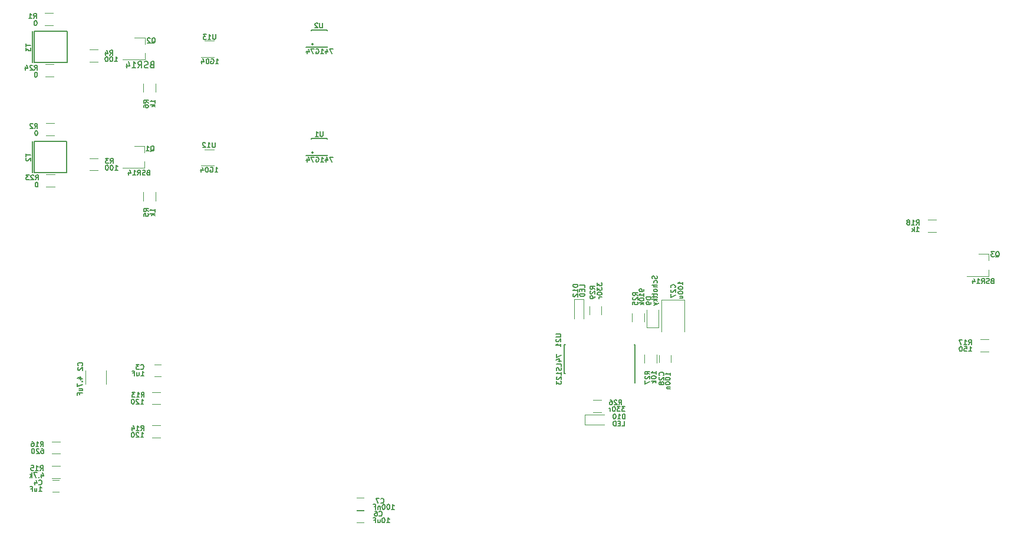
<source format=gbr>
G04 #@! TF.FileFunction,Legend,Bot*
%FSLAX46Y46*%
G04 Gerber Fmt 4.6, Leading zero omitted, Abs format (unit mm)*
G04 Created by KiCad (PCBNEW 4.0.4+e1-6308~48~ubuntu15.10.1-stable) date Thu Mar 22 15:52:19 2018*
%MOMM*%
%LPD*%
G01*
G04 APERTURE LIST*
%ADD10C,0.100000*%
%ADD11C,0.150000*%
%ADD12C,0.120000*%
G04 APERTURE END LIST*
D10*
D11*
X49207340Y-42674000D02*
X49207340Y-47174000D01*
X54180840Y-46574000D02*
X54180840Y-47174000D01*
X54180840Y-43274000D02*
X54180840Y-42674000D01*
X49480840Y-43224000D02*
X49480840Y-43074000D01*
X49480840Y-43124000D02*
X49480840Y-42674000D01*
X49480840Y-46724000D02*
X49480840Y-47174000D01*
X49480840Y-47174000D02*
X49480840Y-46624000D01*
X49480840Y-42674000D02*
X54180840Y-42674000D01*
X54180840Y-43174000D02*
X54180840Y-46674000D01*
X54180840Y-47174000D02*
X49480840Y-47174000D01*
X49480840Y-46674000D02*
X49480840Y-43174000D01*
X89584440Y-44505240D02*
G75*
G03X89584440Y-44505240I-127000J0D01*
G01*
X89254240Y-44937040D02*
X88492240Y-44937040D01*
X89254240Y-42447840D02*
X89254240Y-42574840D01*
X91540240Y-42447840D02*
X91540240Y-42574840D01*
X91540240Y-44937040D02*
X91540240Y-44810040D01*
X89254240Y-44937040D02*
X89254240Y-44810040D01*
X89254240Y-42447840D02*
X91540240Y-42447840D01*
X91540240Y-44937040D02*
X89254240Y-44937040D01*
X89584440Y-60105240D02*
G75*
G03X89584440Y-60105240I-127000J0D01*
G01*
X89254240Y-60537040D02*
X88492240Y-60537040D01*
X89254240Y-58047840D02*
X89254240Y-58174840D01*
X91540240Y-58047840D02*
X91540240Y-58174840D01*
X91540240Y-60537040D02*
X91540240Y-60410040D01*
X89254240Y-60537040D02*
X89254240Y-60410040D01*
X89254240Y-58047840D02*
X91540240Y-58047840D01*
X91540240Y-60537040D02*
X89254240Y-60537040D01*
X49176500Y-58500000D02*
X49176500Y-63000000D01*
X54150000Y-62400000D02*
X54150000Y-63000000D01*
X54150000Y-59100000D02*
X54150000Y-58500000D01*
X49450000Y-59050000D02*
X49450000Y-58900000D01*
X49450000Y-58950000D02*
X49450000Y-58500000D01*
X49450000Y-62550000D02*
X49450000Y-63000000D01*
X49450000Y-63000000D02*
X49450000Y-62450000D01*
X49450000Y-58500000D02*
X54150000Y-58500000D01*
X54150000Y-59000000D02*
X54150000Y-62500000D01*
X54150000Y-63000000D02*
X49450000Y-63000000D01*
X49450000Y-62500000D02*
X49450000Y-59000000D01*
D12*
X75297240Y-61950840D02*
X73397240Y-61950840D01*
X73897240Y-59630840D02*
X75297240Y-59630840D01*
X75297240Y-46350840D02*
X73397240Y-46350840D01*
X73897240Y-44030840D02*
X75297240Y-44030840D01*
X65300000Y-59150000D02*
X65300000Y-60080000D01*
X65300000Y-62310000D02*
X65300000Y-61380000D01*
X65300000Y-62310000D02*
X62140000Y-62310000D01*
X65300000Y-59150000D02*
X63840000Y-59150000D01*
X65350000Y-43560000D02*
X65350000Y-44490000D01*
X65350000Y-46720000D02*
X65350000Y-45790000D01*
X65350000Y-46720000D02*
X62190000Y-46720000D01*
X65350000Y-43560000D02*
X63890000Y-43560000D01*
X186530000Y-74680000D02*
X186530000Y-75610000D01*
X186530000Y-77840000D02*
X186530000Y-76910000D01*
X186530000Y-77840000D02*
X183370000Y-77840000D01*
X186530000Y-74680000D02*
X185070000Y-74680000D01*
X67700000Y-92250000D02*
X66700000Y-92250000D01*
X66700000Y-90550000D02*
X67700000Y-90550000D01*
X52057640Y-107150800D02*
X53057640Y-107150800D01*
X53057640Y-108850800D02*
X52057640Y-108850800D01*
X96796440Y-113270400D02*
X95796440Y-113270400D01*
X95796440Y-111570400D02*
X96796440Y-111570400D01*
X96796440Y-111441600D02*
X95796440Y-111441600D01*
X95796440Y-109741600D02*
X96796440Y-109741600D01*
X51000000Y-41780000D02*
X52200000Y-41780000D01*
X52200000Y-40020000D02*
X51000000Y-40020000D01*
X51150000Y-57630000D02*
X52350000Y-57630000D01*
X52350000Y-55870000D02*
X51150000Y-55870000D01*
X58597240Y-60910840D02*
X57397240Y-60910840D01*
X57397240Y-62670840D02*
X58597240Y-62670840D01*
X58597240Y-45310840D02*
X57397240Y-45310840D01*
X57397240Y-47070840D02*
X58597240Y-47070840D01*
X65117240Y-65790840D02*
X65117240Y-66990840D01*
X66877240Y-66990840D02*
X66877240Y-65790840D01*
X65117240Y-50190840D02*
X65117240Y-51390840D01*
X66877240Y-51390840D02*
X66877240Y-50190840D01*
X67600000Y-94520000D02*
X66400000Y-94520000D01*
X66400000Y-96280000D02*
X67600000Y-96280000D01*
X66400000Y-101080000D02*
X67600000Y-101080000D01*
X67600000Y-99320000D02*
X66400000Y-99320000D01*
X52000000Y-106880000D02*
X53200000Y-106880000D01*
X53200000Y-105120000D02*
X52000000Y-105120000D01*
X53200000Y-101620000D02*
X52000000Y-101620000D01*
X52000000Y-103380000D02*
X53200000Y-103380000D01*
X186527240Y-86940840D02*
X185327240Y-86940840D01*
X185327240Y-88700840D02*
X186527240Y-88700840D01*
X177827240Y-71510840D02*
X179027240Y-71510840D01*
X179027240Y-69750840D02*
X177827240Y-69750840D01*
X51200000Y-64980000D02*
X52400000Y-64980000D01*
X52400000Y-63220000D02*
X51200000Y-63220000D01*
X51100000Y-49180000D02*
X52300000Y-49180000D01*
X52300000Y-47420000D02*
X51100000Y-47420000D01*
X56800000Y-93400000D02*
X56800000Y-91400000D01*
X59760000Y-91400000D02*
X59760000Y-93400000D01*
X139553640Y-81274000D02*
X139553640Y-85824000D01*
X142853640Y-81274000D02*
X142853640Y-85824000D01*
X139553640Y-81274000D02*
X142853640Y-81274000D01*
X139185240Y-90212800D02*
X139185240Y-89212800D01*
X140885240Y-89212800D02*
X140885240Y-90212800D01*
X139107240Y-85269200D02*
X137407240Y-85269200D01*
X137407240Y-85269200D02*
X137407240Y-82719200D01*
X139107240Y-85269200D02*
X139107240Y-82719200D01*
X128583240Y-99201200D02*
X128583240Y-97801200D01*
X128583240Y-97801200D02*
X131383240Y-97801200D01*
X128583240Y-99201200D02*
X131383240Y-99201200D01*
X126990840Y-81156400D02*
X128390840Y-81156400D01*
X128390840Y-81156400D02*
X128390840Y-83956400D01*
X126990840Y-81156400D02*
X126990840Y-83956400D01*
X135345240Y-83169200D02*
X135345240Y-84369200D01*
X137105240Y-84369200D02*
X137105240Y-83169200D01*
X130932440Y-95640000D02*
X129732440Y-95640000D01*
X129732440Y-97400000D02*
X130932440Y-97400000D01*
X137123240Y-89112800D02*
X137123240Y-90312800D01*
X138883240Y-90312800D02*
X138883240Y-89112800D01*
X130958440Y-83404000D02*
X130958440Y-82204000D01*
X129198440Y-82204000D02*
X129198440Y-83404000D01*
D11*
X135763040Y-91838600D02*
X135738040Y-91838600D01*
X135763040Y-87688600D02*
X135658040Y-87688600D01*
X125613040Y-87688600D02*
X125718040Y-87688600D01*
X125613040Y-91838600D02*
X125718040Y-91838600D01*
X135763040Y-91838600D02*
X135763040Y-87688600D01*
X125613040Y-91838600D02*
X125613040Y-87688600D01*
X135738040Y-91838600D02*
X135738040Y-93213600D01*
X48297507Y-44440667D02*
X48297507Y-44840667D01*
X48997507Y-44640667D02*
X48297507Y-44640667D01*
X48297507Y-45007333D02*
X48297507Y-45440666D01*
X48564173Y-45207333D01*
X48564173Y-45307333D01*
X48597507Y-45374000D01*
X48630840Y-45407333D01*
X48697507Y-45440666D01*
X48864173Y-45440666D01*
X48930840Y-45407333D01*
X48964173Y-45374000D01*
X48997507Y-45307333D01*
X48997507Y-45107333D01*
X48964173Y-45040666D01*
X48930840Y-45007333D01*
X90886173Y-41475867D02*
X90886173Y-42042533D01*
X90852840Y-42109200D01*
X90819507Y-42142533D01*
X90752840Y-42175867D01*
X90619507Y-42175867D01*
X90552840Y-42142533D01*
X90519507Y-42109200D01*
X90486173Y-42042533D01*
X90486173Y-41475867D01*
X90186174Y-41542533D02*
X90152840Y-41509200D01*
X90086174Y-41475867D01*
X89919507Y-41475867D01*
X89852840Y-41509200D01*
X89819507Y-41542533D01*
X89786174Y-41609200D01*
X89786174Y-41675867D01*
X89819507Y-41775867D01*
X90219507Y-42175867D01*
X89786174Y-42175867D01*
X92371107Y-45184267D02*
X91904440Y-45184267D01*
X92204440Y-45884267D01*
X91337773Y-45417600D02*
X91337773Y-45884267D01*
X91504440Y-45150933D02*
X91671107Y-45650933D01*
X91237773Y-45650933D01*
X90604440Y-45884267D02*
X91004440Y-45884267D01*
X90804440Y-45884267D02*
X90804440Y-45184267D01*
X90871106Y-45284267D01*
X90937773Y-45350933D01*
X91004440Y-45384267D01*
X89937773Y-45217600D02*
X90004439Y-45184267D01*
X90104439Y-45184267D01*
X90204439Y-45217600D01*
X90271106Y-45284267D01*
X90304439Y-45350933D01*
X90337773Y-45484267D01*
X90337773Y-45584267D01*
X90304439Y-45717600D01*
X90271106Y-45784267D01*
X90204439Y-45850933D01*
X90104439Y-45884267D01*
X90037773Y-45884267D01*
X89937773Y-45850933D01*
X89904439Y-45817600D01*
X89904439Y-45584267D01*
X90037773Y-45584267D01*
X89671106Y-45184267D02*
X89204439Y-45184267D01*
X89504439Y-45884267D01*
X88637772Y-45417600D02*
X88637772Y-45884267D01*
X88804439Y-45150933D02*
X88971106Y-45650933D01*
X88537772Y-45650933D01*
X90936973Y-57071467D02*
X90936973Y-57638133D01*
X90903640Y-57704800D01*
X90870307Y-57738133D01*
X90803640Y-57771467D01*
X90670307Y-57771467D01*
X90603640Y-57738133D01*
X90570307Y-57704800D01*
X90536973Y-57638133D01*
X90536973Y-57071467D01*
X89836974Y-57771467D02*
X90236974Y-57771467D01*
X90036974Y-57771467D02*
X90036974Y-57071467D01*
X90103640Y-57171467D01*
X90170307Y-57238133D01*
X90236974Y-57271467D01*
X92371107Y-60729067D02*
X91904440Y-60729067D01*
X92204440Y-61429067D01*
X91337773Y-60962400D02*
X91337773Y-61429067D01*
X91504440Y-60695733D02*
X91671107Y-61195733D01*
X91237773Y-61195733D01*
X90604440Y-61429067D02*
X91004440Y-61429067D01*
X90804440Y-61429067D02*
X90804440Y-60729067D01*
X90871106Y-60829067D01*
X90937773Y-60895733D01*
X91004440Y-60929067D01*
X89937773Y-60762400D02*
X90004439Y-60729067D01*
X90104439Y-60729067D01*
X90204439Y-60762400D01*
X90271106Y-60829067D01*
X90304439Y-60895733D01*
X90337773Y-61029067D01*
X90337773Y-61129067D01*
X90304439Y-61262400D01*
X90271106Y-61329067D01*
X90204439Y-61395733D01*
X90104439Y-61429067D01*
X90037773Y-61429067D01*
X89937773Y-61395733D01*
X89904439Y-61362400D01*
X89904439Y-61129067D01*
X90037773Y-61129067D01*
X89671106Y-60729067D02*
X89204439Y-60729067D01*
X89504439Y-61429067D01*
X88637772Y-60962400D02*
X88637772Y-61429067D01*
X88804439Y-60695733D02*
X88971106Y-61195733D01*
X88537772Y-61195733D01*
X48266667Y-60266667D02*
X48266667Y-60666667D01*
X48966667Y-60466667D02*
X48266667Y-60466667D01*
X48333333Y-60866666D02*
X48300000Y-60900000D01*
X48266667Y-60966666D01*
X48266667Y-61133333D01*
X48300000Y-61200000D01*
X48333333Y-61233333D01*
X48400000Y-61266666D01*
X48466667Y-61266666D01*
X48566667Y-61233333D01*
X48966667Y-60833333D01*
X48966667Y-61266666D01*
X75420706Y-58646267D02*
X75420706Y-59212933D01*
X75387373Y-59279600D01*
X75354040Y-59312933D01*
X75287373Y-59346267D01*
X75154040Y-59346267D01*
X75087373Y-59312933D01*
X75054040Y-59279600D01*
X75020706Y-59212933D01*
X75020706Y-58646267D01*
X74320707Y-59346267D02*
X74720707Y-59346267D01*
X74520707Y-59346267D02*
X74520707Y-58646267D01*
X74587373Y-58746267D01*
X74654040Y-58812933D01*
X74720707Y-58846267D01*
X74054040Y-58712933D02*
X74020706Y-58679600D01*
X73954040Y-58646267D01*
X73787373Y-58646267D01*
X73720706Y-58679600D01*
X73687373Y-58712933D01*
X73654040Y-58779600D01*
X73654040Y-58846267D01*
X73687373Y-58946267D01*
X74087373Y-59346267D01*
X73654040Y-59346267D01*
X75421507Y-62902267D02*
X75821507Y-62902267D01*
X75621507Y-62902267D02*
X75621507Y-62202267D01*
X75688173Y-62302267D01*
X75754840Y-62368933D01*
X75821507Y-62402267D01*
X74754840Y-62235600D02*
X74821506Y-62202267D01*
X74921506Y-62202267D01*
X75021506Y-62235600D01*
X75088173Y-62302267D01*
X75121506Y-62368933D01*
X75154840Y-62502267D01*
X75154840Y-62602267D01*
X75121506Y-62735600D01*
X75088173Y-62802267D01*
X75021506Y-62868933D01*
X74921506Y-62902267D01*
X74854840Y-62902267D01*
X74754840Y-62868933D01*
X74721506Y-62835600D01*
X74721506Y-62602267D01*
X74854840Y-62602267D01*
X74288173Y-62202267D02*
X74221506Y-62202267D01*
X74154840Y-62235600D01*
X74121506Y-62268933D01*
X74088173Y-62335600D01*
X74054840Y-62468933D01*
X74054840Y-62635600D01*
X74088173Y-62768933D01*
X74121506Y-62835600D01*
X74154840Y-62868933D01*
X74221506Y-62902267D01*
X74288173Y-62902267D01*
X74354840Y-62868933D01*
X74388173Y-62835600D01*
X74421506Y-62768933D01*
X74454840Y-62635600D01*
X74454840Y-62468933D01*
X74421506Y-62335600D01*
X74388173Y-62268933D01*
X74354840Y-62235600D01*
X74288173Y-62202267D01*
X73454839Y-62435600D02*
X73454839Y-62902267D01*
X73621506Y-62168933D02*
X73788173Y-62668933D01*
X73354839Y-62668933D01*
X75522306Y-43101467D02*
X75522306Y-43668133D01*
X75488973Y-43734800D01*
X75455640Y-43768133D01*
X75388973Y-43801467D01*
X75255640Y-43801467D01*
X75188973Y-43768133D01*
X75155640Y-43734800D01*
X75122306Y-43668133D01*
X75122306Y-43101467D01*
X74422307Y-43801467D02*
X74822307Y-43801467D01*
X74622307Y-43801467D02*
X74622307Y-43101467D01*
X74688973Y-43201467D01*
X74755640Y-43268133D01*
X74822307Y-43301467D01*
X74188973Y-43101467D02*
X73755640Y-43101467D01*
X73988973Y-43368133D01*
X73888973Y-43368133D01*
X73822306Y-43401467D01*
X73788973Y-43434800D01*
X73755640Y-43501467D01*
X73755640Y-43668133D01*
X73788973Y-43734800D01*
X73822306Y-43768133D01*
X73888973Y-43801467D01*
X74088973Y-43801467D01*
X74155640Y-43768133D01*
X74188973Y-43734800D01*
X75523107Y-47306667D02*
X75923107Y-47306667D01*
X75723107Y-47306667D02*
X75723107Y-46606667D01*
X75789773Y-46706667D01*
X75856440Y-46773333D01*
X75923107Y-46806667D01*
X74856440Y-46640000D02*
X74923106Y-46606667D01*
X75023106Y-46606667D01*
X75123106Y-46640000D01*
X75189773Y-46706667D01*
X75223106Y-46773333D01*
X75256440Y-46906667D01*
X75256440Y-47006667D01*
X75223106Y-47140000D01*
X75189773Y-47206667D01*
X75123106Y-47273333D01*
X75023106Y-47306667D01*
X74956440Y-47306667D01*
X74856440Y-47273333D01*
X74823106Y-47240000D01*
X74823106Y-47006667D01*
X74956440Y-47006667D01*
X74389773Y-46606667D02*
X74323106Y-46606667D01*
X74256440Y-46640000D01*
X74223106Y-46673333D01*
X74189773Y-46740000D01*
X74156440Y-46873333D01*
X74156440Y-47040000D01*
X74189773Y-47173333D01*
X74223106Y-47240000D01*
X74256440Y-47273333D01*
X74323106Y-47306667D01*
X74389773Y-47306667D01*
X74456440Y-47273333D01*
X74489773Y-47240000D01*
X74523106Y-47173333D01*
X74556440Y-47040000D01*
X74556440Y-46873333D01*
X74523106Y-46740000D01*
X74489773Y-46673333D01*
X74456440Y-46640000D01*
X74389773Y-46606667D01*
X73556439Y-46840000D02*
X73556439Y-47306667D01*
X73723106Y-46573333D02*
X73889773Y-47073333D01*
X73456439Y-47073333D01*
X66187907Y-59920933D02*
X66254573Y-59887600D01*
X66321240Y-59820933D01*
X66421240Y-59720933D01*
X66487907Y-59687600D01*
X66554573Y-59687600D01*
X66521240Y-59854267D02*
X66587907Y-59820933D01*
X66654573Y-59754267D01*
X66687907Y-59620933D01*
X66687907Y-59387600D01*
X66654573Y-59254267D01*
X66587907Y-59187600D01*
X66521240Y-59154267D01*
X66387907Y-59154267D01*
X66321240Y-59187600D01*
X66254573Y-59254267D01*
X66221240Y-59387600D01*
X66221240Y-59620933D01*
X66254573Y-59754267D01*
X66321240Y-59820933D01*
X66387907Y-59854267D01*
X66521240Y-59854267D01*
X65554574Y-59854267D02*
X65954574Y-59854267D01*
X65754574Y-59854267D02*
X65754574Y-59154267D01*
X65821240Y-59254267D01*
X65887907Y-59320933D01*
X65954574Y-59354267D01*
X65846440Y-62942000D02*
X65746440Y-62975333D01*
X65713107Y-63008667D01*
X65679773Y-63075333D01*
X65679773Y-63175333D01*
X65713107Y-63242000D01*
X65746440Y-63275333D01*
X65813107Y-63308667D01*
X66079773Y-63308667D01*
X66079773Y-62608667D01*
X65846440Y-62608667D01*
X65779773Y-62642000D01*
X65746440Y-62675333D01*
X65713107Y-62742000D01*
X65713107Y-62808667D01*
X65746440Y-62875333D01*
X65779773Y-62908667D01*
X65846440Y-62942000D01*
X66079773Y-62942000D01*
X65413107Y-63275333D02*
X65313107Y-63308667D01*
X65146440Y-63308667D01*
X65079773Y-63275333D01*
X65046440Y-63242000D01*
X65013107Y-63175333D01*
X65013107Y-63108667D01*
X65046440Y-63042000D01*
X65079773Y-63008667D01*
X65146440Y-62975333D01*
X65279773Y-62942000D01*
X65346440Y-62908667D01*
X65379773Y-62875333D01*
X65413107Y-62808667D01*
X65413107Y-62742000D01*
X65379773Y-62675333D01*
X65346440Y-62642000D01*
X65279773Y-62608667D01*
X65113107Y-62608667D01*
X65013107Y-62642000D01*
X64313106Y-63308667D02*
X64546440Y-62975333D01*
X64713106Y-63308667D02*
X64713106Y-62608667D01*
X64446440Y-62608667D01*
X64379773Y-62642000D01*
X64346440Y-62675333D01*
X64313106Y-62742000D01*
X64313106Y-62842000D01*
X64346440Y-62908667D01*
X64379773Y-62942000D01*
X64446440Y-62975333D01*
X64713106Y-62975333D01*
X63646440Y-63308667D02*
X64046440Y-63308667D01*
X63846440Y-63308667D02*
X63846440Y-62608667D01*
X63913106Y-62708667D01*
X63979773Y-62775333D01*
X64046440Y-62808667D01*
X63046439Y-62842000D02*
X63046439Y-63308667D01*
X63213106Y-62575333D02*
X63379773Y-63075333D01*
X62946439Y-63075333D01*
X66340307Y-44376133D02*
X66406973Y-44342800D01*
X66473640Y-44276133D01*
X66573640Y-44176133D01*
X66640307Y-44142800D01*
X66706973Y-44142800D01*
X66673640Y-44309467D02*
X66740307Y-44276133D01*
X66806973Y-44209467D01*
X66840307Y-44076133D01*
X66840307Y-43842800D01*
X66806973Y-43709467D01*
X66740307Y-43642800D01*
X66673640Y-43609467D01*
X66540307Y-43609467D01*
X66473640Y-43642800D01*
X66406973Y-43709467D01*
X66373640Y-43842800D01*
X66373640Y-44076133D01*
X66406973Y-44209467D01*
X66473640Y-44276133D01*
X66540307Y-44309467D01*
X66673640Y-44309467D01*
X66106974Y-43676133D02*
X66073640Y-43642800D01*
X66006974Y-43609467D01*
X65840307Y-43609467D01*
X65773640Y-43642800D01*
X65740307Y-43676133D01*
X65706974Y-43742800D01*
X65706974Y-43809467D01*
X65740307Y-43909467D01*
X66140307Y-44309467D01*
X65706974Y-44309467D01*
X66370268Y-47433714D02*
X66241697Y-47476571D01*
X66198840Y-47519429D01*
X66155983Y-47605143D01*
X66155983Y-47733714D01*
X66198840Y-47819429D01*
X66241697Y-47862286D01*
X66327411Y-47905143D01*
X66670268Y-47905143D01*
X66670268Y-47005143D01*
X66370268Y-47005143D01*
X66284554Y-47048000D01*
X66241697Y-47090857D01*
X66198840Y-47176571D01*
X66198840Y-47262286D01*
X66241697Y-47348000D01*
X66284554Y-47390857D01*
X66370268Y-47433714D01*
X66670268Y-47433714D01*
X65813125Y-47862286D02*
X65684554Y-47905143D01*
X65470268Y-47905143D01*
X65384554Y-47862286D01*
X65341697Y-47819429D01*
X65298840Y-47733714D01*
X65298840Y-47648000D01*
X65341697Y-47562286D01*
X65384554Y-47519429D01*
X65470268Y-47476571D01*
X65641697Y-47433714D01*
X65727411Y-47390857D01*
X65770268Y-47348000D01*
X65813125Y-47262286D01*
X65813125Y-47176571D01*
X65770268Y-47090857D01*
X65727411Y-47048000D01*
X65641697Y-47005143D01*
X65427411Y-47005143D01*
X65298840Y-47048000D01*
X64398840Y-47905143D02*
X64698840Y-47476571D01*
X64913125Y-47905143D02*
X64913125Y-47005143D01*
X64570268Y-47005143D01*
X64484554Y-47048000D01*
X64441697Y-47090857D01*
X64398840Y-47176571D01*
X64398840Y-47305143D01*
X64441697Y-47390857D01*
X64484554Y-47433714D01*
X64570268Y-47476571D01*
X64913125Y-47476571D01*
X63541697Y-47905143D02*
X64055982Y-47905143D01*
X63798840Y-47905143D02*
X63798840Y-47005143D01*
X63884554Y-47133714D01*
X63970268Y-47219429D01*
X64055982Y-47262286D01*
X62770268Y-47305143D02*
X62770268Y-47905143D01*
X62984554Y-46962286D02*
X63198839Y-47605143D01*
X62641697Y-47605143D01*
X187549107Y-75110133D02*
X187615773Y-75076800D01*
X187682440Y-75010133D01*
X187782440Y-74910133D01*
X187849107Y-74876800D01*
X187915773Y-74876800D01*
X187882440Y-75043467D02*
X187949107Y-75010133D01*
X188015773Y-74943467D01*
X188049107Y-74810133D01*
X188049107Y-74576800D01*
X188015773Y-74443467D01*
X187949107Y-74376800D01*
X187882440Y-74343467D01*
X187749107Y-74343467D01*
X187682440Y-74376800D01*
X187615773Y-74443467D01*
X187582440Y-74576800D01*
X187582440Y-74810133D01*
X187615773Y-74943467D01*
X187682440Y-75010133D01*
X187749107Y-75043467D01*
X187882440Y-75043467D01*
X187349107Y-74343467D02*
X186915774Y-74343467D01*
X187149107Y-74610133D01*
X187049107Y-74610133D01*
X186982440Y-74643467D01*
X186949107Y-74676800D01*
X186915774Y-74743467D01*
X186915774Y-74910133D01*
X186949107Y-74976800D01*
X186982440Y-75010133D01*
X187049107Y-75043467D01*
X187249107Y-75043467D01*
X187315774Y-75010133D01*
X187349107Y-74976800D01*
X187055240Y-78537600D02*
X186955240Y-78570933D01*
X186921907Y-78604267D01*
X186888573Y-78670933D01*
X186888573Y-78770933D01*
X186921907Y-78837600D01*
X186955240Y-78870933D01*
X187021907Y-78904267D01*
X187288573Y-78904267D01*
X187288573Y-78204267D01*
X187055240Y-78204267D01*
X186988573Y-78237600D01*
X186955240Y-78270933D01*
X186921907Y-78337600D01*
X186921907Y-78404267D01*
X186955240Y-78470933D01*
X186988573Y-78504267D01*
X187055240Y-78537600D01*
X187288573Y-78537600D01*
X186621907Y-78870933D02*
X186521907Y-78904267D01*
X186355240Y-78904267D01*
X186288573Y-78870933D01*
X186255240Y-78837600D01*
X186221907Y-78770933D01*
X186221907Y-78704267D01*
X186255240Y-78637600D01*
X186288573Y-78604267D01*
X186355240Y-78570933D01*
X186488573Y-78537600D01*
X186555240Y-78504267D01*
X186588573Y-78470933D01*
X186621907Y-78404267D01*
X186621907Y-78337600D01*
X186588573Y-78270933D01*
X186555240Y-78237600D01*
X186488573Y-78204267D01*
X186321907Y-78204267D01*
X186221907Y-78237600D01*
X185521906Y-78904267D02*
X185755240Y-78570933D01*
X185921906Y-78904267D02*
X185921906Y-78204267D01*
X185655240Y-78204267D01*
X185588573Y-78237600D01*
X185555240Y-78270933D01*
X185521906Y-78337600D01*
X185521906Y-78437600D01*
X185555240Y-78504267D01*
X185588573Y-78537600D01*
X185655240Y-78570933D01*
X185921906Y-78570933D01*
X184855240Y-78904267D02*
X185255240Y-78904267D01*
X185055240Y-78904267D02*
X185055240Y-78204267D01*
X185121906Y-78304267D01*
X185188573Y-78370933D01*
X185255240Y-78404267D01*
X184255239Y-78437600D02*
X184255239Y-78904267D01*
X184421906Y-78170933D02*
X184588573Y-78670933D01*
X184155239Y-78670933D01*
X64764706Y-91182000D02*
X64798040Y-91215333D01*
X64898040Y-91248667D01*
X64964706Y-91248667D01*
X65064706Y-91215333D01*
X65131373Y-91148667D01*
X65164706Y-91082000D01*
X65198040Y-90948667D01*
X65198040Y-90848667D01*
X65164706Y-90715333D01*
X65131373Y-90648667D01*
X65064706Y-90582000D01*
X64964706Y-90548667D01*
X64898040Y-90548667D01*
X64798040Y-90582000D01*
X64764706Y-90615333D01*
X64531373Y-90548667D02*
X64098040Y-90548667D01*
X64331373Y-90815333D01*
X64231373Y-90815333D01*
X64164706Y-90848667D01*
X64131373Y-90882000D01*
X64098040Y-90948667D01*
X64098040Y-91115333D01*
X64131373Y-91182000D01*
X64164706Y-91215333D01*
X64231373Y-91248667D01*
X64431373Y-91248667D01*
X64498040Y-91215333D01*
X64531373Y-91182000D01*
X64810707Y-92163067D02*
X65210707Y-92163067D01*
X65010707Y-92163067D02*
X65010707Y-91463067D01*
X65077373Y-91563067D01*
X65144040Y-91629733D01*
X65210707Y-91663067D01*
X64210706Y-91696400D02*
X64210706Y-92163067D01*
X64510706Y-91696400D02*
X64510706Y-92063067D01*
X64477373Y-92129733D01*
X64410706Y-92163067D01*
X64310706Y-92163067D01*
X64244040Y-92129733D01*
X64210706Y-92096400D01*
X63644040Y-91796400D02*
X63877373Y-91796400D01*
X63877373Y-92163067D02*
X63877373Y-91463067D01*
X63544040Y-91463067D01*
X50134306Y-107793600D02*
X50167640Y-107826933D01*
X50267640Y-107860267D01*
X50334306Y-107860267D01*
X50434306Y-107826933D01*
X50500973Y-107760267D01*
X50534306Y-107693600D01*
X50567640Y-107560267D01*
X50567640Y-107460267D01*
X50534306Y-107326933D01*
X50500973Y-107260267D01*
X50434306Y-107193600D01*
X50334306Y-107160267D01*
X50267640Y-107160267D01*
X50167640Y-107193600D01*
X50134306Y-107226933D01*
X49534306Y-107393600D02*
X49534306Y-107860267D01*
X49700973Y-107126933D02*
X49867640Y-107626933D01*
X49434306Y-107626933D01*
X50129507Y-108774667D02*
X50529507Y-108774667D01*
X50329507Y-108774667D02*
X50329507Y-108074667D01*
X50396173Y-108174667D01*
X50462840Y-108241333D01*
X50529507Y-108274667D01*
X49529506Y-108308000D02*
X49529506Y-108774667D01*
X49829506Y-108308000D02*
X49829506Y-108674667D01*
X49796173Y-108741333D01*
X49729506Y-108774667D01*
X49629506Y-108774667D01*
X49562840Y-108741333D01*
X49529506Y-108708000D01*
X48962840Y-108408000D02*
X49196173Y-108408000D01*
X49196173Y-108774667D02*
X49196173Y-108074667D01*
X48862840Y-108074667D01*
X99003906Y-112264000D02*
X99037240Y-112297333D01*
X99137240Y-112330667D01*
X99203906Y-112330667D01*
X99303906Y-112297333D01*
X99370573Y-112230667D01*
X99403906Y-112164000D01*
X99437240Y-112030667D01*
X99437240Y-111930667D01*
X99403906Y-111797333D01*
X99370573Y-111730667D01*
X99303906Y-111664000D01*
X99203906Y-111630667D01*
X99137240Y-111630667D01*
X99037240Y-111664000D01*
X99003906Y-111697333D01*
X98403906Y-111630667D02*
X98537240Y-111630667D01*
X98603906Y-111664000D01*
X98637240Y-111697333D01*
X98703906Y-111797333D01*
X98737240Y-111930667D01*
X98737240Y-112197333D01*
X98703906Y-112264000D01*
X98670573Y-112297333D01*
X98603906Y-112330667D01*
X98470573Y-112330667D01*
X98403906Y-112297333D01*
X98370573Y-112264000D01*
X98337240Y-112197333D01*
X98337240Y-112030667D01*
X98370573Y-111964000D01*
X98403906Y-111930667D01*
X98470573Y-111897333D01*
X98603906Y-111897333D01*
X98670573Y-111930667D01*
X98703906Y-111964000D01*
X98737240Y-112030667D01*
X100094440Y-113295867D02*
X100494440Y-113295867D01*
X100294440Y-113295867D02*
X100294440Y-112595867D01*
X100361106Y-112695867D01*
X100427773Y-112762533D01*
X100494440Y-112795867D01*
X99661106Y-112595867D02*
X99594439Y-112595867D01*
X99527773Y-112629200D01*
X99494439Y-112662533D01*
X99461106Y-112729200D01*
X99427773Y-112862533D01*
X99427773Y-113029200D01*
X99461106Y-113162533D01*
X99494439Y-113229200D01*
X99527773Y-113262533D01*
X99594439Y-113295867D01*
X99661106Y-113295867D01*
X99727773Y-113262533D01*
X99761106Y-113229200D01*
X99794439Y-113162533D01*
X99827773Y-113029200D01*
X99827773Y-112862533D01*
X99794439Y-112729200D01*
X99761106Y-112662533D01*
X99727773Y-112629200D01*
X99661106Y-112595867D01*
X98827772Y-112829200D02*
X98827772Y-113295867D01*
X99127772Y-112829200D02*
X99127772Y-113195867D01*
X99094439Y-113262533D01*
X99027772Y-113295867D01*
X98927772Y-113295867D01*
X98861106Y-113262533D01*
X98827772Y-113229200D01*
X98261106Y-112929200D02*
X98494439Y-112929200D01*
X98494439Y-113295867D02*
X98494439Y-112595867D01*
X98161106Y-112595867D01*
X99257906Y-110435200D02*
X99291240Y-110468533D01*
X99391240Y-110501867D01*
X99457906Y-110501867D01*
X99557906Y-110468533D01*
X99624573Y-110401867D01*
X99657906Y-110335200D01*
X99691240Y-110201867D01*
X99691240Y-110101867D01*
X99657906Y-109968533D01*
X99624573Y-109901867D01*
X99557906Y-109835200D01*
X99457906Y-109801867D01*
X99391240Y-109801867D01*
X99291240Y-109835200D01*
X99257906Y-109868533D01*
X99024573Y-109801867D02*
X98557906Y-109801867D01*
X98857906Y-110501867D01*
X100783374Y-111365467D02*
X101183374Y-111365467D01*
X100983374Y-111365467D02*
X100983374Y-110665467D01*
X101050040Y-110765467D01*
X101116707Y-110832133D01*
X101183374Y-110865467D01*
X100350040Y-110665467D02*
X100283373Y-110665467D01*
X100216707Y-110698800D01*
X100183373Y-110732133D01*
X100150040Y-110798800D01*
X100116707Y-110932133D01*
X100116707Y-111098800D01*
X100150040Y-111232133D01*
X100183373Y-111298800D01*
X100216707Y-111332133D01*
X100283373Y-111365467D01*
X100350040Y-111365467D01*
X100416707Y-111332133D01*
X100450040Y-111298800D01*
X100483373Y-111232133D01*
X100516707Y-111098800D01*
X100516707Y-110932133D01*
X100483373Y-110798800D01*
X100450040Y-110732133D01*
X100416707Y-110698800D01*
X100350040Y-110665467D01*
X99683373Y-110665467D02*
X99616706Y-110665467D01*
X99550040Y-110698800D01*
X99516706Y-110732133D01*
X99483373Y-110798800D01*
X99450040Y-110932133D01*
X99450040Y-111098800D01*
X99483373Y-111232133D01*
X99516706Y-111298800D01*
X99550040Y-111332133D01*
X99616706Y-111365467D01*
X99683373Y-111365467D01*
X99750040Y-111332133D01*
X99783373Y-111298800D01*
X99816706Y-111232133D01*
X99850040Y-111098800D01*
X99850040Y-110932133D01*
X99816706Y-110798800D01*
X99783373Y-110732133D01*
X99750040Y-110698800D01*
X99683373Y-110665467D01*
X99150039Y-110898800D02*
X99150039Y-111365467D01*
X99150039Y-110965467D02*
X99116706Y-110932133D01*
X99050039Y-110898800D01*
X98950039Y-110898800D01*
X98883373Y-110932133D01*
X98850039Y-110998800D01*
X98850039Y-111365467D01*
X98283373Y-110998800D02*
X98516706Y-110998800D01*
X98516706Y-111365467D02*
X98516706Y-110665467D01*
X98183373Y-110665467D01*
X49372306Y-40804267D02*
X49605640Y-40470933D01*
X49772306Y-40804267D02*
X49772306Y-40104267D01*
X49505640Y-40104267D01*
X49438973Y-40137600D01*
X49405640Y-40170933D01*
X49372306Y-40237600D01*
X49372306Y-40337600D01*
X49405640Y-40404267D01*
X49438973Y-40437600D01*
X49505640Y-40470933D01*
X49772306Y-40470933D01*
X48705640Y-40804267D02*
X49105640Y-40804267D01*
X48905640Y-40804267D02*
X48905640Y-40104267D01*
X48972306Y-40204267D01*
X49038973Y-40270933D01*
X49105640Y-40304267D01*
X49695373Y-41120267D02*
X49628706Y-41120267D01*
X49562040Y-41153600D01*
X49528706Y-41186933D01*
X49495373Y-41253600D01*
X49462040Y-41386933D01*
X49462040Y-41553600D01*
X49495373Y-41686933D01*
X49528706Y-41753600D01*
X49562040Y-41786933D01*
X49628706Y-41820267D01*
X49695373Y-41820267D01*
X49762040Y-41786933D01*
X49795373Y-41753600D01*
X49828706Y-41686933D01*
X49862040Y-41553600D01*
X49862040Y-41386933D01*
X49828706Y-41253600D01*
X49795373Y-41186933D01*
X49762040Y-41153600D01*
X49695373Y-41120267D01*
X49524706Y-56603067D02*
X49758040Y-56269733D01*
X49924706Y-56603067D02*
X49924706Y-55903067D01*
X49658040Y-55903067D01*
X49591373Y-55936400D01*
X49558040Y-55969733D01*
X49524706Y-56036400D01*
X49524706Y-56136400D01*
X49558040Y-56203067D01*
X49591373Y-56236400D01*
X49658040Y-56269733D01*
X49924706Y-56269733D01*
X49258040Y-55969733D02*
X49224706Y-55936400D01*
X49158040Y-55903067D01*
X48991373Y-55903067D01*
X48924706Y-55936400D01*
X48891373Y-55969733D01*
X48858040Y-56036400D01*
X48858040Y-56103067D01*
X48891373Y-56203067D01*
X49291373Y-56603067D01*
X48858040Y-56603067D01*
X49796973Y-56919067D02*
X49730306Y-56919067D01*
X49663640Y-56952400D01*
X49630306Y-56985733D01*
X49596973Y-57052400D01*
X49563640Y-57185733D01*
X49563640Y-57352400D01*
X49596973Y-57485733D01*
X49630306Y-57552400D01*
X49663640Y-57585733D01*
X49730306Y-57619067D01*
X49796973Y-57619067D01*
X49863640Y-57585733D01*
X49896973Y-57552400D01*
X49930306Y-57485733D01*
X49963640Y-57352400D01*
X49963640Y-57185733D01*
X49930306Y-57052400D01*
X49896973Y-56985733D01*
X49863640Y-56952400D01*
X49796973Y-56919067D01*
X60395906Y-61632267D02*
X60629240Y-61298933D01*
X60795906Y-61632267D02*
X60795906Y-60932267D01*
X60529240Y-60932267D01*
X60462573Y-60965600D01*
X60429240Y-60998933D01*
X60395906Y-61065600D01*
X60395906Y-61165600D01*
X60429240Y-61232267D01*
X60462573Y-61265600D01*
X60529240Y-61298933D01*
X60795906Y-61298933D01*
X60162573Y-60932267D02*
X59729240Y-60932267D01*
X59962573Y-61198933D01*
X59862573Y-61198933D01*
X59795906Y-61232267D01*
X59762573Y-61265600D01*
X59729240Y-61332267D01*
X59729240Y-61498933D01*
X59762573Y-61565600D01*
X59795906Y-61598933D01*
X59862573Y-61632267D01*
X60062573Y-61632267D01*
X60129240Y-61598933D01*
X60162573Y-61565600D01*
X61050707Y-62597467D02*
X61450707Y-62597467D01*
X61250707Y-62597467D02*
X61250707Y-61897467D01*
X61317373Y-61997467D01*
X61384040Y-62064133D01*
X61450707Y-62097467D01*
X60617373Y-61897467D02*
X60550706Y-61897467D01*
X60484040Y-61930800D01*
X60450706Y-61964133D01*
X60417373Y-62030800D01*
X60384040Y-62164133D01*
X60384040Y-62330800D01*
X60417373Y-62464133D01*
X60450706Y-62530800D01*
X60484040Y-62564133D01*
X60550706Y-62597467D01*
X60617373Y-62597467D01*
X60684040Y-62564133D01*
X60717373Y-62530800D01*
X60750706Y-62464133D01*
X60784040Y-62330800D01*
X60784040Y-62164133D01*
X60750706Y-62030800D01*
X60717373Y-61964133D01*
X60684040Y-61930800D01*
X60617373Y-61897467D01*
X59950706Y-61897467D02*
X59884039Y-61897467D01*
X59817373Y-61930800D01*
X59784039Y-61964133D01*
X59750706Y-62030800D01*
X59717373Y-62164133D01*
X59717373Y-62330800D01*
X59750706Y-62464133D01*
X59784039Y-62530800D01*
X59817373Y-62564133D01*
X59884039Y-62597467D01*
X59950706Y-62597467D01*
X60017373Y-62564133D01*
X60050706Y-62530800D01*
X60084039Y-62464133D01*
X60117373Y-62330800D01*
X60117373Y-62164133D01*
X60084039Y-62030800D01*
X60050706Y-61964133D01*
X60017373Y-61930800D01*
X59950706Y-61897467D01*
X60345106Y-46087467D02*
X60578440Y-45754133D01*
X60745106Y-46087467D02*
X60745106Y-45387467D01*
X60478440Y-45387467D01*
X60411773Y-45420800D01*
X60378440Y-45454133D01*
X60345106Y-45520800D01*
X60345106Y-45620800D01*
X60378440Y-45687467D01*
X60411773Y-45720800D01*
X60478440Y-45754133D01*
X60745106Y-45754133D01*
X59745106Y-45620800D02*
X59745106Y-46087467D01*
X59911773Y-45354133D02*
X60078440Y-45854133D01*
X59645106Y-45854133D01*
X60999907Y-47001867D02*
X61399907Y-47001867D01*
X61199907Y-47001867D02*
X61199907Y-46301867D01*
X61266573Y-46401867D01*
X61333240Y-46468533D01*
X61399907Y-46501867D01*
X60566573Y-46301867D02*
X60499906Y-46301867D01*
X60433240Y-46335200D01*
X60399906Y-46368533D01*
X60366573Y-46435200D01*
X60333240Y-46568533D01*
X60333240Y-46735200D01*
X60366573Y-46868533D01*
X60399906Y-46935200D01*
X60433240Y-46968533D01*
X60499906Y-47001867D01*
X60566573Y-47001867D01*
X60633240Y-46968533D01*
X60666573Y-46935200D01*
X60699906Y-46868533D01*
X60733240Y-46735200D01*
X60733240Y-46568533D01*
X60699906Y-46435200D01*
X60666573Y-46368533D01*
X60633240Y-46335200D01*
X60566573Y-46301867D01*
X59899906Y-46301867D02*
X59833239Y-46301867D01*
X59766573Y-46335200D01*
X59733239Y-46368533D01*
X59699906Y-46435200D01*
X59666573Y-46568533D01*
X59666573Y-46735200D01*
X59699906Y-46868533D01*
X59733239Y-46935200D01*
X59766573Y-46968533D01*
X59833239Y-47001867D01*
X59899906Y-47001867D01*
X59966573Y-46968533D01*
X59999906Y-46935200D01*
X60033239Y-46868533D01*
X60066573Y-46735200D01*
X60066573Y-46568533D01*
X60033239Y-46435200D01*
X59999906Y-46368533D01*
X59966573Y-46335200D01*
X59899906Y-46301867D01*
X65879107Y-68564934D02*
X65545773Y-68331600D01*
X65879107Y-68164934D02*
X65179107Y-68164934D01*
X65179107Y-68431600D01*
X65212440Y-68498267D01*
X65245773Y-68531600D01*
X65312440Y-68564934D01*
X65412440Y-68564934D01*
X65479107Y-68531600D01*
X65512440Y-68498267D01*
X65545773Y-68431600D01*
X65545773Y-68164934D01*
X65179107Y-69198267D02*
X65179107Y-68864934D01*
X65512440Y-68831600D01*
X65479107Y-68864934D01*
X65445773Y-68931600D01*
X65445773Y-69098267D01*
X65479107Y-69164934D01*
X65512440Y-69198267D01*
X65579107Y-69231600D01*
X65745773Y-69231600D01*
X65812440Y-69198267D01*
X65845773Y-69164934D01*
X65879107Y-69098267D01*
X65879107Y-68931600D01*
X65845773Y-68864934D01*
X65812440Y-68831600D01*
X66793507Y-68598266D02*
X66793507Y-68198266D01*
X66793507Y-68398266D02*
X66093507Y-68398266D01*
X66193507Y-68331600D01*
X66260173Y-68264933D01*
X66293507Y-68198266D01*
X66793507Y-68898267D02*
X66093507Y-68898267D01*
X66526840Y-68964933D02*
X66793507Y-69164933D01*
X66326840Y-69164933D02*
X66593507Y-68898267D01*
X65879107Y-52969334D02*
X65545773Y-52736000D01*
X65879107Y-52569334D02*
X65179107Y-52569334D01*
X65179107Y-52836000D01*
X65212440Y-52902667D01*
X65245773Y-52936000D01*
X65312440Y-52969334D01*
X65412440Y-52969334D01*
X65479107Y-52936000D01*
X65512440Y-52902667D01*
X65545773Y-52836000D01*
X65545773Y-52569334D01*
X65179107Y-53569334D02*
X65179107Y-53436000D01*
X65212440Y-53369334D01*
X65245773Y-53336000D01*
X65345773Y-53269334D01*
X65479107Y-53236000D01*
X65745773Y-53236000D01*
X65812440Y-53269334D01*
X65845773Y-53302667D01*
X65879107Y-53369334D01*
X65879107Y-53502667D01*
X65845773Y-53569334D01*
X65812440Y-53602667D01*
X65745773Y-53636000D01*
X65579107Y-53636000D01*
X65512440Y-53602667D01*
X65479107Y-53569334D01*
X65445773Y-53502667D01*
X65445773Y-53369334D01*
X65479107Y-53302667D01*
X65512440Y-53269334D01*
X65579107Y-53236000D01*
X66844307Y-52951866D02*
X66844307Y-52551866D01*
X66844307Y-52751866D02*
X66144307Y-52751866D01*
X66244307Y-52685200D01*
X66310973Y-52618533D01*
X66344307Y-52551866D01*
X66844307Y-53251867D02*
X66144307Y-53251867D01*
X66577640Y-53318533D02*
X66844307Y-53518533D01*
X66377640Y-53518533D02*
X66644307Y-53251867D01*
X64844040Y-95261867D02*
X65077374Y-94928533D01*
X65244040Y-95261867D02*
X65244040Y-94561867D01*
X64977374Y-94561867D01*
X64910707Y-94595200D01*
X64877374Y-94628533D01*
X64844040Y-94695200D01*
X64844040Y-94795200D01*
X64877374Y-94861867D01*
X64910707Y-94895200D01*
X64977374Y-94928533D01*
X65244040Y-94928533D01*
X64177374Y-95261867D02*
X64577374Y-95261867D01*
X64377374Y-95261867D02*
X64377374Y-94561867D01*
X64444040Y-94661867D01*
X64510707Y-94728533D01*
X64577374Y-94761867D01*
X63944040Y-94561867D02*
X63510707Y-94561867D01*
X63744040Y-94828533D01*
X63644040Y-94828533D01*
X63577373Y-94861867D01*
X63544040Y-94895200D01*
X63510707Y-94961867D01*
X63510707Y-95128533D01*
X63544040Y-95195200D01*
X63577373Y-95228533D01*
X63644040Y-95261867D01*
X63844040Y-95261867D01*
X63910707Y-95228533D01*
X63944040Y-95195200D01*
X64759107Y-96227067D02*
X65159107Y-96227067D01*
X64959107Y-96227067D02*
X64959107Y-95527067D01*
X65025773Y-95627067D01*
X65092440Y-95693733D01*
X65159107Y-95727067D01*
X64492440Y-95593733D02*
X64459106Y-95560400D01*
X64392440Y-95527067D01*
X64225773Y-95527067D01*
X64159106Y-95560400D01*
X64125773Y-95593733D01*
X64092440Y-95660400D01*
X64092440Y-95727067D01*
X64125773Y-95827067D01*
X64525773Y-96227067D01*
X64092440Y-96227067D01*
X63659106Y-95527067D02*
X63592439Y-95527067D01*
X63525773Y-95560400D01*
X63492439Y-95593733D01*
X63459106Y-95660400D01*
X63425773Y-95793733D01*
X63425773Y-95960400D01*
X63459106Y-96093733D01*
X63492439Y-96160400D01*
X63525773Y-96193733D01*
X63592439Y-96227067D01*
X63659106Y-96227067D01*
X63725773Y-96193733D01*
X63759106Y-96160400D01*
X63792439Y-96093733D01*
X63825773Y-95960400D01*
X63825773Y-95793733D01*
X63792439Y-95660400D01*
X63759106Y-95593733D01*
X63725773Y-95560400D01*
X63659106Y-95527067D01*
X64793240Y-100037067D02*
X65026574Y-99703733D01*
X65193240Y-100037067D02*
X65193240Y-99337067D01*
X64926574Y-99337067D01*
X64859907Y-99370400D01*
X64826574Y-99403733D01*
X64793240Y-99470400D01*
X64793240Y-99570400D01*
X64826574Y-99637067D01*
X64859907Y-99670400D01*
X64926574Y-99703733D01*
X65193240Y-99703733D01*
X64126574Y-100037067D02*
X64526574Y-100037067D01*
X64326574Y-100037067D02*
X64326574Y-99337067D01*
X64393240Y-99437067D01*
X64459907Y-99503733D01*
X64526574Y-99537067D01*
X63526573Y-99570400D02*
X63526573Y-100037067D01*
X63693240Y-99303733D02*
X63859907Y-99803733D01*
X63426573Y-99803733D01*
X64759107Y-101002267D02*
X65159107Y-101002267D01*
X64959107Y-101002267D02*
X64959107Y-100302267D01*
X65025773Y-100402267D01*
X65092440Y-100468933D01*
X65159107Y-100502267D01*
X64492440Y-100368933D02*
X64459106Y-100335600D01*
X64392440Y-100302267D01*
X64225773Y-100302267D01*
X64159106Y-100335600D01*
X64125773Y-100368933D01*
X64092440Y-100435600D01*
X64092440Y-100502267D01*
X64125773Y-100602267D01*
X64525773Y-101002267D01*
X64092440Y-101002267D01*
X63659106Y-100302267D02*
X63592439Y-100302267D01*
X63525773Y-100335600D01*
X63492439Y-100368933D01*
X63459106Y-100435600D01*
X63425773Y-100568933D01*
X63425773Y-100735600D01*
X63459106Y-100868933D01*
X63492439Y-100935600D01*
X63525773Y-100968933D01*
X63592439Y-101002267D01*
X63659106Y-101002267D01*
X63725773Y-100968933D01*
X63759106Y-100935600D01*
X63792439Y-100868933D01*
X63825773Y-100735600D01*
X63825773Y-100568933D01*
X63792439Y-100435600D01*
X63759106Y-100368933D01*
X63725773Y-100335600D01*
X63659106Y-100302267D01*
X50315240Y-105777467D02*
X50548574Y-105444133D01*
X50715240Y-105777467D02*
X50715240Y-105077467D01*
X50448574Y-105077467D01*
X50381907Y-105110800D01*
X50348574Y-105144133D01*
X50315240Y-105210800D01*
X50315240Y-105310800D01*
X50348574Y-105377467D01*
X50381907Y-105410800D01*
X50448574Y-105444133D01*
X50715240Y-105444133D01*
X49648574Y-105777467D02*
X50048574Y-105777467D01*
X49848574Y-105777467D02*
X49848574Y-105077467D01*
X49915240Y-105177467D01*
X49981907Y-105244133D01*
X50048574Y-105277467D01*
X49015240Y-105077467D02*
X49348573Y-105077467D01*
X49381907Y-105410800D01*
X49348573Y-105377467D01*
X49281907Y-105344133D01*
X49115240Y-105344133D01*
X49048573Y-105377467D01*
X49015240Y-105410800D01*
X48981907Y-105477467D01*
X48981907Y-105644133D01*
X49015240Y-105710800D01*
X49048573Y-105744133D01*
X49115240Y-105777467D01*
X49281907Y-105777467D01*
X49348573Y-105744133D01*
X49381907Y-105710800D01*
X50515240Y-106326800D02*
X50515240Y-106793467D01*
X50681907Y-106060133D02*
X50848574Y-106560133D01*
X50415240Y-106560133D01*
X50148573Y-106726800D02*
X50115240Y-106760133D01*
X50148573Y-106793467D01*
X50181907Y-106760133D01*
X50148573Y-106726800D01*
X50148573Y-106793467D01*
X49881907Y-106093467D02*
X49415240Y-106093467D01*
X49715240Y-106793467D01*
X49148573Y-106793467D02*
X49148573Y-106093467D01*
X49081907Y-106526800D02*
X48881907Y-106793467D01*
X48881907Y-106326800D02*
X49148573Y-106593467D01*
X50366040Y-102323067D02*
X50599374Y-101989733D01*
X50766040Y-102323067D02*
X50766040Y-101623067D01*
X50499374Y-101623067D01*
X50432707Y-101656400D01*
X50399374Y-101689733D01*
X50366040Y-101756400D01*
X50366040Y-101856400D01*
X50399374Y-101923067D01*
X50432707Y-101956400D01*
X50499374Y-101989733D01*
X50766040Y-101989733D01*
X49699374Y-102323067D02*
X50099374Y-102323067D01*
X49899374Y-102323067D02*
X49899374Y-101623067D01*
X49966040Y-101723067D01*
X50032707Y-101789733D01*
X50099374Y-101823067D01*
X49099373Y-101623067D02*
X49232707Y-101623067D01*
X49299373Y-101656400D01*
X49332707Y-101689733D01*
X49399373Y-101789733D01*
X49432707Y-101923067D01*
X49432707Y-102189733D01*
X49399373Y-102256400D01*
X49366040Y-102289733D01*
X49299373Y-102323067D01*
X49166040Y-102323067D01*
X49099373Y-102289733D01*
X49066040Y-102256400D01*
X49032707Y-102189733D01*
X49032707Y-102023067D01*
X49066040Y-101956400D01*
X49099373Y-101923067D01*
X49166040Y-101889733D01*
X49299373Y-101889733D01*
X49366040Y-101923067D01*
X49399373Y-101956400D01*
X49432707Y-102023067D01*
X50500173Y-102639067D02*
X50633507Y-102639067D01*
X50700173Y-102672400D01*
X50733507Y-102705733D01*
X50800173Y-102805733D01*
X50833507Y-102939067D01*
X50833507Y-103205733D01*
X50800173Y-103272400D01*
X50766840Y-103305733D01*
X50700173Y-103339067D01*
X50566840Y-103339067D01*
X50500173Y-103305733D01*
X50466840Y-103272400D01*
X50433507Y-103205733D01*
X50433507Y-103039067D01*
X50466840Y-102972400D01*
X50500173Y-102939067D01*
X50566840Y-102905733D01*
X50700173Y-102905733D01*
X50766840Y-102939067D01*
X50800173Y-102972400D01*
X50833507Y-103039067D01*
X50166840Y-102705733D02*
X50133506Y-102672400D01*
X50066840Y-102639067D01*
X49900173Y-102639067D01*
X49833506Y-102672400D01*
X49800173Y-102705733D01*
X49766840Y-102772400D01*
X49766840Y-102839067D01*
X49800173Y-102939067D01*
X50200173Y-103339067D01*
X49766840Y-103339067D01*
X49333506Y-102639067D02*
X49266839Y-102639067D01*
X49200173Y-102672400D01*
X49166839Y-102705733D01*
X49133506Y-102772400D01*
X49100173Y-102905733D01*
X49100173Y-103072400D01*
X49133506Y-103205733D01*
X49166839Y-103272400D01*
X49200173Y-103305733D01*
X49266839Y-103339067D01*
X49333506Y-103339067D01*
X49400173Y-103305733D01*
X49433506Y-103272400D01*
X49466839Y-103205733D01*
X49500173Y-103072400D01*
X49500173Y-102905733D01*
X49466839Y-102772400D01*
X49433506Y-102705733D01*
X49400173Y-102672400D01*
X49333506Y-102639067D01*
X183665240Y-87692667D02*
X183898574Y-87359333D01*
X184065240Y-87692667D02*
X184065240Y-86992667D01*
X183798574Y-86992667D01*
X183731907Y-87026000D01*
X183698574Y-87059333D01*
X183665240Y-87126000D01*
X183665240Y-87226000D01*
X183698574Y-87292667D01*
X183731907Y-87326000D01*
X183798574Y-87359333D01*
X184065240Y-87359333D01*
X182998574Y-87692667D02*
X183398574Y-87692667D01*
X183198574Y-87692667D02*
X183198574Y-86992667D01*
X183265240Y-87092667D01*
X183331907Y-87159333D01*
X183398574Y-87192667D01*
X182765240Y-86992667D02*
X182298573Y-86992667D01*
X182598573Y-87692667D01*
X183681907Y-88657867D02*
X184081907Y-88657867D01*
X183881907Y-88657867D02*
X183881907Y-87957867D01*
X183948573Y-88057867D01*
X184015240Y-88124533D01*
X184081907Y-88157867D01*
X183048573Y-87957867D02*
X183381906Y-87957867D01*
X183415240Y-88291200D01*
X183381906Y-88257867D01*
X183315240Y-88224533D01*
X183148573Y-88224533D01*
X183081906Y-88257867D01*
X183048573Y-88291200D01*
X183015240Y-88357867D01*
X183015240Y-88524533D01*
X183048573Y-88591200D01*
X183081906Y-88624533D01*
X183148573Y-88657867D01*
X183315240Y-88657867D01*
X183381906Y-88624533D01*
X183415240Y-88591200D01*
X182581906Y-87957867D02*
X182515239Y-87957867D01*
X182448573Y-87991200D01*
X182415239Y-88024533D01*
X182381906Y-88091200D01*
X182348573Y-88224533D01*
X182348573Y-88391200D01*
X182381906Y-88524533D01*
X182415239Y-88591200D01*
X182448573Y-88624533D01*
X182515239Y-88657867D01*
X182581906Y-88657867D01*
X182648573Y-88624533D01*
X182681906Y-88591200D01*
X182715239Y-88524533D01*
X182748573Y-88391200D01*
X182748573Y-88224533D01*
X182715239Y-88091200D01*
X182681906Y-88024533D01*
X182648573Y-87991200D01*
X182581906Y-87957867D01*
X176146840Y-70471467D02*
X176380174Y-70138133D01*
X176546840Y-70471467D02*
X176546840Y-69771467D01*
X176280174Y-69771467D01*
X176213507Y-69804800D01*
X176180174Y-69838133D01*
X176146840Y-69904800D01*
X176146840Y-70004800D01*
X176180174Y-70071467D01*
X176213507Y-70104800D01*
X176280174Y-70138133D01*
X176546840Y-70138133D01*
X175480174Y-70471467D02*
X175880174Y-70471467D01*
X175680174Y-70471467D02*
X175680174Y-69771467D01*
X175746840Y-69871467D01*
X175813507Y-69938133D01*
X175880174Y-69971467D01*
X175080173Y-70071467D02*
X175146840Y-70038133D01*
X175180173Y-70004800D01*
X175213507Y-69938133D01*
X175213507Y-69904800D01*
X175180173Y-69838133D01*
X175146840Y-69804800D01*
X175080173Y-69771467D01*
X174946840Y-69771467D01*
X174880173Y-69804800D01*
X174846840Y-69838133D01*
X174813507Y-69904800D01*
X174813507Y-69938133D01*
X174846840Y-70004800D01*
X174880173Y-70038133D01*
X174946840Y-70071467D01*
X175080173Y-70071467D01*
X175146840Y-70104800D01*
X175180173Y-70138133D01*
X175213507Y-70204800D01*
X175213507Y-70338133D01*
X175180173Y-70404800D01*
X175146840Y-70438133D01*
X175080173Y-70471467D01*
X174946840Y-70471467D01*
X174880173Y-70438133D01*
X174846840Y-70404800D01*
X174813507Y-70338133D01*
X174813507Y-70204800D01*
X174846840Y-70138133D01*
X174880173Y-70104800D01*
X174946840Y-70071467D01*
X176135774Y-71436667D02*
X176535774Y-71436667D01*
X176335774Y-71436667D02*
X176335774Y-70736667D01*
X176402440Y-70836667D01*
X176469107Y-70903333D01*
X176535774Y-70936667D01*
X175835773Y-71436667D02*
X175835773Y-70736667D01*
X175769107Y-71170000D02*
X175569107Y-71436667D01*
X175569107Y-70970000D02*
X175835773Y-71236667D01*
X49654840Y-64019867D02*
X49888174Y-63686533D01*
X50054840Y-64019867D02*
X50054840Y-63319867D01*
X49788174Y-63319867D01*
X49721507Y-63353200D01*
X49688174Y-63386533D01*
X49654840Y-63453200D01*
X49654840Y-63553200D01*
X49688174Y-63619867D01*
X49721507Y-63653200D01*
X49788174Y-63686533D01*
X50054840Y-63686533D01*
X49388174Y-63386533D02*
X49354840Y-63353200D01*
X49288174Y-63319867D01*
X49121507Y-63319867D01*
X49054840Y-63353200D01*
X49021507Y-63386533D01*
X48988174Y-63453200D01*
X48988174Y-63519867D01*
X49021507Y-63619867D01*
X49421507Y-64019867D01*
X48988174Y-64019867D01*
X48754840Y-63319867D02*
X48321507Y-63319867D01*
X48554840Y-63586533D01*
X48454840Y-63586533D01*
X48388173Y-63619867D01*
X48354840Y-63653200D01*
X48321507Y-63719867D01*
X48321507Y-63886533D01*
X48354840Y-63953200D01*
X48388173Y-63986533D01*
X48454840Y-64019867D01*
X48654840Y-64019867D01*
X48721507Y-63986533D01*
X48754840Y-63953200D01*
X49847773Y-64335867D02*
X49781106Y-64335867D01*
X49714440Y-64369200D01*
X49681106Y-64402533D01*
X49647773Y-64469200D01*
X49614440Y-64602533D01*
X49614440Y-64769200D01*
X49647773Y-64902533D01*
X49681106Y-64969200D01*
X49714440Y-65002533D01*
X49781106Y-65035867D01*
X49847773Y-65035867D01*
X49914440Y-65002533D01*
X49947773Y-64969200D01*
X49981106Y-64902533D01*
X50014440Y-64769200D01*
X50014440Y-64602533D01*
X49981106Y-64469200D01*
X49947773Y-64402533D01*
X49914440Y-64369200D01*
X49847773Y-64335867D01*
X49502440Y-48221067D02*
X49735774Y-47887733D01*
X49902440Y-48221067D02*
X49902440Y-47521067D01*
X49635774Y-47521067D01*
X49569107Y-47554400D01*
X49535774Y-47587733D01*
X49502440Y-47654400D01*
X49502440Y-47754400D01*
X49535774Y-47821067D01*
X49569107Y-47854400D01*
X49635774Y-47887733D01*
X49902440Y-47887733D01*
X49235774Y-47587733D02*
X49202440Y-47554400D01*
X49135774Y-47521067D01*
X48969107Y-47521067D01*
X48902440Y-47554400D01*
X48869107Y-47587733D01*
X48835774Y-47654400D01*
X48835774Y-47721067D01*
X48869107Y-47821067D01*
X49269107Y-48221067D01*
X48835774Y-48221067D01*
X48235773Y-47754400D02*
X48235773Y-48221067D01*
X48402440Y-47487733D02*
X48569107Y-47987733D01*
X48135773Y-47987733D01*
X49746173Y-48537067D02*
X49679506Y-48537067D01*
X49612840Y-48570400D01*
X49579506Y-48603733D01*
X49546173Y-48670400D01*
X49512840Y-48803733D01*
X49512840Y-48970400D01*
X49546173Y-49103733D01*
X49579506Y-49170400D01*
X49612840Y-49203733D01*
X49679506Y-49237067D01*
X49746173Y-49237067D01*
X49812840Y-49203733D01*
X49846173Y-49170400D01*
X49879506Y-49103733D01*
X49912840Y-48970400D01*
X49912840Y-48803733D01*
X49879506Y-48670400D01*
X49846173Y-48603733D01*
X49812840Y-48570400D01*
X49746173Y-48537067D01*
X56363640Y-90713734D02*
X56396973Y-90680400D01*
X56430307Y-90580400D01*
X56430307Y-90513734D01*
X56396973Y-90413734D01*
X56330307Y-90347067D01*
X56263640Y-90313734D01*
X56130307Y-90280400D01*
X56030307Y-90280400D01*
X55896973Y-90313734D01*
X55830307Y-90347067D01*
X55763640Y-90413734D01*
X55730307Y-90513734D01*
X55730307Y-90580400D01*
X55763640Y-90680400D01*
X55796973Y-90713734D01*
X55796973Y-90980400D02*
X55763640Y-91013734D01*
X55730307Y-91080400D01*
X55730307Y-91247067D01*
X55763640Y-91313734D01*
X55796973Y-91347067D01*
X55863640Y-91380400D01*
X55930307Y-91380400D01*
X56030307Y-91347067D01*
X56430307Y-90947067D01*
X56430307Y-91380400D01*
X55912840Y-92641067D02*
X56379507Y-92641067D01*
X55646173Y-92474400D02*
X56146173Y-92307733D01*
X56146173Y-92741067D01*
X56312840Y-93007734D02*
X56346173Y-93041067D01*
X56379507Y-93007734D01*
X56346173Y-92974400D01*
X56312840Y-93007734D01*
X56379507Y-93007734D01*
X55679507Y-93274400D02*
X55679507Y-93741067D01*
X56379507Y-93441067D01*
X55912840Y-94307734D02*
X56379507Y-94307734D01*
X55912840Y-94007734D02*
X56279507Y-94007734D01*
X56346173Y-94041067D01*
X56379507Y-94107734D01*
X56379507Y-94207734D01*
X56346173Y-94274400D01*
X56312840Y-94307734D01*
X56012840Y-94874400D02*
X56012840Y-94641067D01*
X56379507Y-94641067D02*
X55679507Y-94641067D01*
X55679507Y-94974400D01*
X141504440Y-79509200D02*
X141537773Y-79475866D01*
X141571107Y-79375866D01*
X141571107Y-79309200D01*
X141537773Y-79209200D01*
X141471107Y-79142533D01*
X141404440Y-79109200D01*
X141271107Y-79075866D01*
X141171107Y-79075866D01*
X141037773Y-79109200D01*
X140971107Y-79142533D01*
X140904440Y-79209200D01*
X140871107Y-79309200D01*
X140871107Y-79375866D01*
X140904440Y-79475866D01*
X140937773Y-79509200D01*
X140937773Y-79775866D02*
X140904440Y-79809200D01*
X140871107Y-79875866D01*
X140871107Y-80042533D01*
X140904440Y-80109200D01*
X140937773Y-80142533D01*
X141004440Y-80175866D01*
X141071107Y-80175866D01*
X141171107Y-80142533D01*
X141571107Y-79742533D01*
X141571107Y-80175866D01*
X140871107Y-80409200D02*
X140871107Y-80875867D01*
X141571107Y-80575867D01*
X142637907Y-79074266D02*
X142637907Y-78674266D01*
X142637907Y-78874266D02*
X141937907Y-78874266D01*
X142037907Y-78807600D01*
X142104573Y-78740933D01*
X142137907Y-78674266D01*
X141937907Y-79507600D02*
X141937907Y-79574267D01*
X141971240Y-79640933D01*
X142004573Y-79674267D01*
X142071240Y-79707600D01*
X142204573Y-79740933D01*
X142371240Y-79740933D01*
X142504573Y-79707600D01*
X142571240Y-79674267D01*
X142604573Y-79640933D01*
X142637907Y-79574267D01*
X142637907Y-79507600D01*
X142604573Y-79440933D01*
X142571240Y-79407600D01*
X142504573Y-79374267D01*
X142371240Y-79340933D01*
X142204573Y-79340933D01*
X142071240Y-79374267D01*
X142004573Y-79407600D01*
X141971240Y-79440933D01*
X141937907Y-79507600D01*
X141937907Y-80174267D02*
X141937907Y-80240934D01*
X141971240Y-80307600D01*
X142004573Y-80340934D01*
X142071240Y-80374267D01*
X142204573Y-80407600D01*
X142371240Y-80407600D01*
X142504573Y-80374267D01*
X142571240Y-80340934D01*
X142604573Y-80307600D01*
X142637907Y-80240934D01*
X142637907Y-80174267D01*
X142604573Y-80107600D01*
X142571240Y-80074267D01*
X142504573Y-80040934D01*
X142371240Y-80007600D01*
X142204573Y-80007600D01*
X142071240Y-80040934D01*
X142004573Y-80074267D01*
X141971240Y-80107600D01*
X141937907Y-80174267D01*
X142171240Y-81007601D02*
X142637907Y-81007601D01*
X142171240Y-80707601D02*
X142537907Y-80707601D01*
X142604573Y-80740934D01*
X142637907Y-80807601D01*
X142637907Y-80907601D01*
X142604573Y-80974267D01*
X142571240Y-81007601D01*
X139828040Y-92107600D02*
X139861373Y-92074266D01*
X139894707Y-91974266D01*
X139894707Y-91907600D01*
X139861373Y-91807600D01*
X139794707Y-91740933D01*
X139728040Y-91707600D01*
X139594707Y-91674266D01*
X139494707Y-91674266D01*
X139361373Y-91707600D01*
X139294707Y-91740933D01*
X139228040Y-91807600D01*
X139194707Y-91907600D01*
X139194707Y-91974266D01*
X139228040Y-92074266D01*
X139261373Y-92107600D01*
X139261373Y-92374266D02*
X139228040Y-92407600D01*
X139194707Y-92474266D01*
X139194707Y-92640933D01*
X139228040Y-92707600D01*
X139261373Y-92740933D01*
X139328040Y-92774266D01*
X139394707Y-92774266D01*
X139494707Y-92740933D01*
X139894707Y-92340933D01*
X139894707Y-92774266D01*
X139494707Y-93174267D02*
X139461373Y-93107600D01*
X139428040Y-93074267D01*
X139361373Y-93040933D01*
X139328040Y-93040933D01*
X139261373Y-93074267D01*
X139228040Y-93107600D01*
X139194707Y-93174267D01*
X139194707Y-93307600D01*
X139228040Y-93374267D01*
X139261373Y-93407600D01*
X139328040Y-93440933D01*
X139361373Y-93440933D01*
X139428040Y-93407600D01*
X139461373Y-93374267D01*
X139494707Y-93307600D01*
X139494707Y-93174267D01*
X139528040Y-93107600D01*
X139561373Y-93074267D01*
X139628040Y-93040933D01*
X139761373Y-93040933D01*
X139828040Y-93074267D01*
X139861373Y-93107600D01*
X139894707Y-93174267D01*
X139894707Y-93307600D01*
X139861373Y-93374267D01*
X139828040Y-93407600D01*
X139761373Y-93440933D01*
X139628040Y-93440933D01*
X139561373Y-93407600D01*
X139528040Y-93374267D01*
X139494707Y-93307600D01*
X140809107Y-92129866D02*
X140809107Y-91729866D01*
X140809107Y-91929866D02*
X140109107Y-91929866D01*
X140209107Y-91863200D01*
X140275773Y-91796533D01*
X140309107Y-91729866D01*
X140109107Y-92563200D02*
X140109107Y-92629867D01*
X140142440Y-92696533D01*
X140175773Y-92729867D01*
X140242440Y-92763200D01*
X140375773Y-92796533D01*
X140542440Y-92796533D01*
X140675773Y-92763200D01*
X140742440Y-92729867D01*
X140775773Y-92696533D01*
X140809107Y-92629867D01*
X140809107Y-92563200D01*
X140775773Y-92496533D01*
X140742440Y-92463200D01*
X140675773Y-92429867D01*
X140542440Y-92396533D01*
X140375773Y-92396533D01*
X140242440Y-92429867D01*
X140175773Y-92463200D01*
X140142440Y-92496533D01*
X140109107Y-92563200D01*
X140109107Y-93229867D02*
X140109107Y-93296534D01*
X140142440Y-93363200D01*
X140175773Y-93396534D01*
X140242440Y-93429867D01*
X140375773Y-93463200D01*
X140542440Y-93463200D01*
X140675773Y-93429867D01*
X140742440Y-93396534D01*
X140775773Y-93363200D01*
X140809107Y-93296534D01*
X140809107Y-93229867D01*
X140775773Y-93163200D01*
X140742440Y-93129867D01*
X140675773Y-93096534D01*
X140542440Y-93063200D01*
X140375773Y-93063200D01*
X140242440Y-93096534D01*
X140175773Y-93129867D01*
X140142440Y-93163200D01*
X140109107Y-93229867D01*
X140342440Y-93763201D02*
X140809107Y-93763201D01*
X140409107Y-93763201D02*
X140375773Y-93796534D01*
X140342440Y-93863201D01*
X140342440Y-93963201D01*
X140375773Y-94029867D01*
X140442440Y-94063201D01*
X140809107Y-94063201D01*
X138065907Y-80864934D02*
X137365907Y-80864934D01*
X137365907Y-81031600D01*
X137399240Y-81131600D01*
X137465907Y-81198267D01*
X137532573Y-81231600D01*
X137665907Y-81264934D01*
X137765907Y-81264934D01*
X137899240Y-81231600D01*
X137965907Y-81198267D01*
X138032573Y-81131600D01*
X138065907Y-81031600D01*
X138065907Y-80864934D01*
X138065907Y-81598267D02*
X138065907Y-81731600D01*
X138032573Y-81798267D01*
X137999240Y-81831600D01*
X137899240Y-81898267D01*
X137765907Y-81931600D01*
X137499240Y-81931600D01*
X137432573Y-81898267D01*
X137399240Y-81864934D01*
X137365907Y-81798267D01*
X137365907Y-81664934D01*
X137399240Y-81598267D01*
X137432573Y-81564934D01*
X137499240Y-81531600D01*
X137665907Y-81531600D01*
X137732573Y-81564934D01*
X137765907Y-81598267D01*
X137799240Y-81664934D01*
X137799240Y-81798267D01*
X137765907Y-81864934D01*
X137732573Y-81898267D01*
X137665907Y-81931600D01*
X138896173Y-77825067D02*
X138929507Y-77925067D01*
X138929507Y-78091734D01*
X138896173Y-78158401D01*
X138862840Y-78191734D01*
X138796173Y-78225067D01*
X138729507Y-78225067D01*
X138662840Y-78191734D01*
X138629507Y-78158401D01*
X138596173Y-78091734D01*
X138562840Y-77958401D01*
X138529507Y-77891734D01*
X138496173Y-77858401D01*
X138429507Y-77825067D01*
X138362840Y-77825067D01*
X138296173Y-77858401D01*
X138262840Y-77891734D01*
X138229507Y-77958401D01*
X138229507Y-78125067D01*
X138262840Y-78225067D01*
X138896173Y-78825068D02*
X138929507Y-78758401D01*
X138929507Y-78625068D01*
X138896173Y-78558401D01*
X138862840Y-78525068D01*
X138796173Y-78491734D01*
X138596173Y-78491734D01*
X138529507Y-78525068D01*
X138496173Y-78558401D01*
X138462840Y-78625068D01*
X138462840Y-78758401D01*
X138496173Y-78825068D01*
X138929507Y-79125068D02*
X138229507Y-79125068D01*
X138929507Y-79425068D02*
X138562840Y-79425068D01*
X138496173Y-79391734D01*
X138462840Y-79325068D01*
X138462840Y-79225068D01*
X138496173Y-79158401D01*
X138529507Y-79125068D01*
X138929507Y-79858401D02*
X138896173Y-79791734D01*
X138862840Y-79758401D01*
X138796173Y-79725067D01*
X138596173Y-79725067D01*
X138529507Y-79758401D01*
X138496173Y-79791734D01*
X138462840Y-79858401D01*
X138462840Y-79958401D01*
X138496173Y-80025067D01*
X138529507Y-80058401D01*
X138596173Y-80091734D01*
X138796173Y-80091734D01*
X138862840Y-80058401D01*
X138896173Y-80025067D01*
X138929507Y-79958401D01*
X138929507Y-79858401D01*
X138462840Y-80291734D02*
X138462840Y-80558400D01*
X138229507Y-80391734D02*
X138829507Y-80391734D01*
X138896173Y-80425067D01*
X138929507Y-80491734D01*
X138929507Y-80558400D01*
X138462840Y-80691734D02*
X138462840Y-80958400D01*
X138229507Y-80791734D02*
X138829507Y-80791734D01*
X138896173Y-80825067D01*
X138929507Y-80891734D01*
X138929507Y-80958400D01*
X138929507Y-81191734D02*
X138229507Y-81191734D01*
X138662840Y-81258400D02*
X138929507Y-81458400D01*
X138462840Y-81458400D02*
X138729507Y-81191734D01*
X138462840Y-81691734D02*
X138929507Y-81858401D01*
X138462840Y-82025067D02*
X138929507Y-81858401D01*
X139096173Y-81791734D01*
X139129507Y-81758401D01*
X139162840Y-81691734D01*
X134332040Y-98360667D02*
X134332040Y-97660667D01*
X134165374Y-97660667D01*
X134065374Y-97694000D01*
X133998707Y-97760667D01*
X133965374Y-97827333D01*
X133932040Y-97960667D01*
X133932040Y-98060667D01*
X133965374Y-98194000D01*
X133998707Y-98260667D01*
X134065374Y-98327333D01*
X134165374Y-98360667D01*
X134332040Y-98360667D01*
X133265374Y-98360667D02*
X133665374Y-98360667D01*
X133465374Y-98360667D02*
X133465374Y-97660667D01*
X133532040Y-97760667D01*
X133598707Y-97827333D01*
X133665374Y-97860667D01*
X132832040Y-97660667D02*
X132765373Y-97660667D01*
X132698707Y-97694000D01*
X132665373Y-97727333D01*
X132632040Y-97794000D01*
X132598707Y-97927333D01*
X132598707Y-98094000D01*
X132632040Y-98227333D01*
X132665373Y-98294000D01*
X132698707Y-98327333D01*
X132765373Y-98360667D01*
X132832040Y-98360667D01*
X132898707Y-98327333D01*
X132932040Y-98294000D01*
X132965373Y-98227333D01*
X132998707Y-98094000D01*
X132998707Y-97927333D01*
X132965373Y-97794000D01*
X132932040Y-97727333D01*
X132898707Y-97694000D01*
X132832040Y-97660667D01*
X133881240Y-99376667D02*
X134214573Y-99376667D01*
X134214573Y-98676667D01*
X133647906Y-99010000D02*
X133414573Y-99010000D01*
X133314573Y-99376667D02*
X133647906Y-99376667D01*
X133647906Y-98676667D01*
X133314573Y-98676667D01*
X133014573Y-99376667D02*
X133014573Y-98676667D01*
X132847907Y-98676667D01*
X132747907Y-98710000D01*
X132681240Y-98776667D01*
X132647907Y-98843333D01*
X132614573Y-98976667D01*
X132614573Y-99076667D01*
X132647907Y-99210000D01*
X132681240Y-99276667D01*
X132747907Y-99343333D01*
X132847907Y-99376667D01*
X133014573Y-99376667D01*
X127550307Y-79058400D02*
X126850307Y-79058400D01*
X126850307Y-79225066D01*
X126883640Y-79325066D01*
X126950307Y-79391733D01*
X127016973Y-79425066D01*
X127150307Y-79458400D01*
X127250307Y-79458400D01*
X127383640Y-79425066D01*
X127450307Y-79391733D01*
X127516973Y-79325066D01*
X127550307Y-79225066D01*
X127550307Y-79058400D01*
X127550307Y-80125066D02*
X127550307Y-79725066D01*
X127550307Y-79925066D02*
X126850307Y-79925066D01*
X126950307Y-79858400D01*
X127016973Y-79791733D01*
X127050307Y-79725066D01*
X126916973Y-80391733D02*
X126883640Y-80425067D01*
X126850307Y-80491733D01*
X126850307Y-80658400D01*
X126883640Y-80725067D01*
X126916973Y-80758400D01*
X126983640Y-80791733D01*
X127050307Y-80791733D01*
X127150307Y-80758400D01*
X127550307Y-80358400D01*
X127550307Y-80791733D01*
X128515507Y-79509200D02*
X128515507Y-79175867D01*
X127815507Y-79175867D01*
X128148840Y-79742534D02*
X128148840Y-79975867D01*
X128515507Y-80075867D02*
X128515507Y-79742534D01*
X127815507Y-79742534D01*
X127815507Y-80075867D01*
X128515507Y-80375867D02*
X127815507Y-80375867D01*
X127815507Y-80542533D01*
X127848840Y-80642533D01*
X127915507Y-80709200D01*
X127982173Y-80742533D01*
X128115507Y-80775867D01*
X128215507Y-80775867D01*
X128348840Y-80742533D01*
X128415507Y-80709200D01*
X128482173Y-80642533D01*
X128515507Y-80542533D01*
X128515507Y-80375867D01*
X136135507Y-80626800D02*
X135802173Y-80393466D01*
X136135507Y-80226800D02*
X135435507Y-80226800D01*
X135435507Y-80493466D01*
X135468840Y-80560133D01*
X135502173Y-80593466D01*
X135568840Y-80626800D01*
X135668840Y-80626800D01*
X135735507Y-80593466D01*
X135768840Y-80560133D01*
X135802173Y-80493466D01*
X135802173Y-80226800D01*
X135502173Y-80893466D02*
X135468840Y-80926800D01*
X135435507Y-80993466D01*
X135435507Y-81160133D01*
X135468840Y-81226800D01*
X135502173Y-81260133D01*
X135568840Y-81293466D01*
X135635507Y-81293466D01*
X135735507Y-81260133D01*
X136135507Y-80860133D01*
X136135507Y-81293466D01*
X135435507Y-81926800D02*
X135435507Y-81593467D01*
X135768840Y-81560133D01*
X135735507Y-81593467D01*
X135702173Y-81660133D01*
X135702173Y-81826800D01*
X135735507Y-81893467D01*
X135768840Y-81926800D01*
X135835507Y-81960133D01*
X136002173Y-81960133D01*
X136068840Y-81926800D01*
X136102173Y-81893467D01*
X136135507Y-81826800D01*
X136135507Y-81660133D01*
X136102173Y-81593467D01*
X136068840Y-81560133D01*
X137049907Y-79739466D02*
X137049907Y-79872799D01*
X137016573Y-79939466D01*
X136983240Y-79972799D01*
X136883240Y-80039466D01*
X136749907Y-80072799D01*
X136483240Y-80072799D01*
X136416573Y-80039466D01*
X136383240Y-80006133D01*
X136349907Y-79939466D01*
X136349907Y-79806133D01*
X136383240Y-79739466D01*
X136416573Y-79706133D01*
X136483240Y-79672799D01*
X136649907Y-79672799D01*
X136716573Y-79706133D01*
X136749907Y-79739466D01*
X136783240Y-79806133D01*
X136783240Y-79939466D01*
X136749907Y-80006133D01*
X136716573Y-80039466D01*
X136649907Y-80072799D01*
X137049907Y-80739466D02*
X137049907Y-80339466D01*
X137049907Y-80539466D02*
X136349907Y-80539466D01*
X136449907Y-80472800D01*
X136516573Y-80406133D01*
X136549907Y-80339466D01*
X136349907Y-81172800D02*
X136349907Y-81239467D01*
X136383240Y-81306133D01*
X136416573Y-81339467D01*
X136483240Y-81372800D01*
X136616573Y-81406133D01*
X136783240Y-81406133D01*
X136916573Y-81372800D01*
X136983240Y-81339467D01*
X137016573Y-81306133D01*
X137049907Y-81239467D01*
X137049907Y-81172800D01*
X137016573Y-81106133D01*
X136983240Y-81072800D01*
X136916573Y-81039467D01*
X136783240Y-81006133D01*
X136616573Y-81006133D01*
X136483240Y-81039467D01*
X136416573Y-81072800D01*
X136383240Y-81106133D01*
X136349907Y-81172800D01*
X137049907Y-81706134D02*
X136349907Y-81706134D01*
X136783240Y-81772800D02*
X137049907Y-81972800D01*
X136583240Y-81972800D02*
X136849907Y-81706134D01*
X133424040Y-96328667D02*
X133657374Y-95995333D01*
X133824040Y-96328667D02*
X133824040Y-95628667D01*
X133557374Y-95628667D01*
X133490707Y-95662000D01*
X133457374Y-95695333D01*
X133424040Y-95762000D01*
X133424040Y-95862000D01*
X133457374Y-95928667D01*
X133490707Y-95962000D01*
X133557374Y-95995333D01*
X133824040Y-95995333D01*
X133157374Y-95695333D02*
X133124040Y-95662000D01*
X133057374Y-95628667D01*
X132890707Y-95628667D01*
X132824040Y-95662000D01*
X132790707Y-95695333D01*
X132757374Y-95762000D01*
X132757374Y-95828667D01*
X132790707Y-95928667D01*
X133190707Y-96328667D01*
X132757374Y-96328667D01*
X132157373Y-95628667D02*
X132290707Y-95628667D01*
X132357373Y-95662000D01*
X132390707Y-95695333D01*
X132457373Y-95795333D01*
X132490707Y-95928667D01*
X132490707Y-96195333D01*
X132457373Y-96262000D01*
X132424040Y-96295333D01*
X132357373Y-96328667D01*
X132224040Y-96328667D01*
X132157373Y-96295333D01*
X132124040Y-96262000D01*
X132090707Y-96195333D01*
X132090707Y-96028667D01*
X132124040Y-95962000D01*
X132157373Y-95928667D01*
X132224040Y-95895333D01*
X132357373Y-95895333D01*
X132424040Y-95928667D01*
X132457373Y-95962000D01*
X132490707Y-96028667D01*
X134293907Y-96593867D02*
X133860574Y-96593867D01*
X134093907Y-96860533D01*
X133993907Y-96860533D01*
X133927240Y-96893867D01*
X133893907Y-96927200D01*
X133860574Y-96993867D01*
X133860574Y-97160533D01*
X133893907Y-97227200D01*
X133927240Y-97260533D01*
X133993907Y-97293867D01*
X134193907Y-97293867D01*
X134260574Y-97260533D01*
X134293907Y-97227200D01*
X133627240Y-96593867D02*
X133193907Y-96593867D01*
X133427240Y-96860533D01*
X133327240Y-96860533D01*
X133260573Y-96893867D01*
X133227240Y-96927200D01*
X133193907Y-96993867D01*
X133193907Y-97160533D01*
X133227240Y-97227200D01*
X133260573Y-97260533D01*
X133327240Y-97293867D01*
X133527240Y-97293867D01*
X133593907Y-97260533D01*
X133627240Y-97227200D01*
X132760573Y-96593867D02*
X132693906Y-96593867D01*
X132627240Y-96627200D01*
X132593906Y-96660533D01*
X132560573Y-96727200D01*
X132527240Y-96860533D01*
X132527240Y-97027200D01*
X132560573Y-97160533D01*
X132593906Y-97227200D01*
X132627240Y-97260533D01*
X132693906Y-97293867D01*
X132760573Y-97293867D01*
X132827240Y-97260533D01*
X132860573Y-97227200D01*
X132893906Y-97160533D01*
X132927240Y-97027200D01*
X132927240Y-96860533D01*
X132893906Y-96727200D01*
X132860573Y-96660533D01*
X132827240Y-96627200D01*
X132760573Y-96593867D01*
X132227239Y-97293867D02*
X132227239Y-96827200D01*
X132227239Y-96960533D02*
X132193906Y-96893867D01*
X132160573Y-96860533D01*
X132093906Y-96827200D01*
X132027239Y-96827200D01*
X137862707Y-91955200D02*
X137529373Y-91721866D01*
X137862707Y-91555200D02*
X137162707Y-91555200D01*
X137162707Y-91821866D01*
X137196040Y-91888533D01*
X137229373Y-91921866D01*
X137296040Y-91955200D01*
X137396040Y-91955200D01*
X137462707Y-91921866D01*
X137496040Y-91888533D01*
X137529373Y-91821866D01*
X137529373Y-91555200D01*
X137229373Y-92221866D02*
X137196040Y-92255200D01*
X137162707Y-92321866D01*
X137162707Y-92488533D01*
X137196040Y-92555200D01*
X137229373Y-92588533D01*
X137296040Y-92621866D01*
X137362707Y-92621866D01*
X137462707Y-92588533D01*
X137862707Y-92188533D01*
X137862707Y-92621866D01*
X137162707Y-92855200D02*
X137162707Y-93321867D01*
X137862707Y-93021867D01*
X138777107Y-91937733D02*
X138777107Y-91537733D01*
X138777107Y-91737733D02*
X138077107Y-91737733D01*
X138177107Y-91671067D01*
X138243773Y-91604400D01*
X138277107Y-91537733D01*
X138077107Y-92371067D02*
X138077107Y-92437734D01*
X138110440Y-92504400D01*
X138143773Y-92537734D01*
X138210440Y-92571067D01*
X138343773Y-92604400D01*
X138510440Y-92604400D01*
X138643773Y-92571067D01*
X138710440Y-92537734D01*
X138743773Y-92504400D01*
X138777107Y-92437734D01*
X138777107Y-92371067D01*
X138743773Y-92304400D01*
X138710440Y-92271067D01*
X138643773Y-92237734D01*
X138510440Y-92204400D01*
X138343773Y-92204400D01*
X138210440Y-92237734D01*
X138143773Y-92271067D01*
X138110440Y-92304400D01*
X138077107Y-92371067D01*
X138777107Y-92904401D02*
X138077107Y-92904401D01*
X138510440Y-92971067D02*
X138777107Y-93171067D01*
X138310440Y-93171067D02*
X138577107Y-92904401D01*
X129988707Y-79712400D02*
X129655373Y-79479066D01*
X129988707Y-79312400D02*
X129288707Y-79312400D01*
X129288707Y-79579066D01*
X129322040Y-79645733D01*
X129355373Y-79679066D01*
X129422040Y-79712400D01*
X129522040Y-79712400D01*
X129588707Y-79679066D01*
X129622040Y-79645733D01*
X129655373Y-79579066D01*
X129655373Y-79312400D01*
X129355373Y-79979066D02*
X129322040Y-80012400D01*
X129288707Y-80079066D01*
X129288707Y-80245733D01*
X129322040Y-80312400D01*
X129355373Y-80345733D01*
X129422040Y-80379066D01*
X129488707Y-80379066D01*
X129588707Y-80345733D01*
X129988707Y-79945733D01*
X129988707Y-80379066D01*
X129988707Y-80712400D02*
X129988707Y-80845733D01*
X129955373Y-80912400D01*
X129922040Y-80945733D01*
X129822040Y-81012400D01*
X129688707Y-81045733D01*
X129422040Y-81045733D01*
X129355373Y-81012400D01*
X129322040Y-80979067D01*
X129288707Y-80912400D01*
X129288707Y-80779067D01*
X129322040Y-80712400D01*
X129355373Y-80679067D01*
X129422040Y-80645733D01*
X129588707Y-80645733D01*
X129655373Y-80679067D01*
X129688707Y-80712400D01*
X129722040Y-80779067D01*
X129722040Y-80912400D01*
X129688707Y-80979067D01*
X129655373Y-81012400D01*
X129588707Y-81045733D01*
X130304707Y-78791733D02*
X130304707Y-79225066D01*
X130571373Y-78991733D01*
X130571373Y-79091733D01*
X130604707Y-79158400D01*
X130638040Y-79191733D01*
X130704707Y-79225066D01*
X130871373Y-79225066D01*
X130938040Y-79191733D01*
X130971373Y-79158400D01*
X131004707Y-79091733D01*
X131004707Y-78891733D01*
X130971373Y-78825066D01*
X130938040Y-78791733D01*
X130304707Y-79458400D02*
X130304707Y-79891733D01*
X130571373Y-79658400D01*
X130571373Y-79758400D01*
X130604707Y-79825067D01*
X130638040Y-79858400D01*
X130704707Y-79891733D01*
X130871373Y-79891733D01*
X130938040Y-79858400D01*
X130971373Y-79825067D01*
X131004707Y-79758400D01*
X131004707Y-79558400D01*
X130971373Y-79491733D01*
X130938040Y-79458400D01*
X130304707Y-80325067D02*
X130304707Y-80391734D01*
X130338040Y-80458400D01*
X130371373Y-80491734D01*
X130438040Y-80525067D01*
X130571373Y-80558400D01*
X130738040Y-80558400D01*
X130871373Y-80525067D01*
X130938040Y-80491734D01*
X130971373Y-80458400D01*
X131004707Y-80391734D01*
X131004707Y-80325067D01*
X130971373Y-80258400D01*
X130938040Y-80225067D01*
X130871373Y-80191734D01*
X130738040Y-80158400D01*
X130571373Y-80158400D01*
X130438040Y-80191734D01*
X130371373Y-80225067D01*
X130338040Y-80258400D01*
X130304707Y-80325067D01*
X131004707Y-80858401D02*
X130538040Y-80858401D01*
X130671373Y-80858401D02*
X130604707Y-80891734D01*
X130571373Y-80925067D01*
X130538040Y-80991734D01*
X130538040Y-81058401D01*
X124411907Y-86204534D02*
X124978573Y-86204534D01*
X125045240Y-86237867D01*
X125078573Y-86271200D01*
X125111907Y-86337867D01*
X125111907Y-86471200D01*
X125078573Y-86537867D01*
X125045240Y-86571200D01*
X124978573Y-86604534D01*
X124411907Y-86604534D01*
X124478573Y-86904533D02*
X124445240Y-86937867D01*
X124411907Y-87004533D01*
X124411907Y-87171200D01*
X124445240Y-87237867D01*
X124478573Y-87271200D01*
X124545240Y-87304533D01*
X124611907Y-87304533D01*
X124711907Y-87271200D01*
X125111907Y-86871200D01*
X125111907Y-87304533D01*
X125111907Y-87971200D02*
X125111907Y-87571200D01*
X125111907Y-87771200D02*
X124411907Y-87771200D01*
X124511907Y-87704534D01*
X124578573Y-87637867D01*
X124611907Y-87571200D01*
X124462707Y-89053466D02*
X124462707Y-89520133D01*
X125162707Y-89220133D01*
X124696040Y-90086800D02*
X125162707Y-90086800D01*
X124429373Y-89920133D02*
X124929373Y-89753466D01*
X124929373Y-90186800D01*
X125162707Y-90786800D02*
X125162707Y-90453467D01*
X124462707Y-90453467D01*
X125129373Y-90986800D02*
X125162707Y-91086800D01*
X125162707Y-91253467D01*
X125129373Y-91320134D01*
X125096040Y-91353467D01*
X125029373Y-91386800D01*
X124962707Y-91386800D01*
X124896040Y-91353467D01*
X124862707Y-91320134D01*
X124829373Y-91253467D01*
X124796040Y-91120134D01*
X124762707Y-91053467D01*
X124729373Y-91020134D01*
X124662707Y-90986800D01*
X124596040Y-90986800D01*
X124529373Y-91020134D01*
X124496040Y-91053467D01*
X124462707Y-91120134D01*
X124462707Y-91286800D01*
X124496040Y-91386800D01*
X125162707Y-92053467D02*
X125162707Y-91653467D01*
X125162707Y-91853467D02*
X124462707Y-91853467D01*
X124562707Y-91786801D01*
X124629373Y-91720134D01*
X124662707Y-91653467D01*
X124529373Y-92320134D02*
X124496040Y-92353468D01*
X124462707Y-92420134D01*
X124462707Y-92586801D01*
X124496040Y-92653468D01*
X124529373Y-92686801D01*
X124596040Y-92720134D01*
X124662707Y-92720134D01*
X124762707Y-92686801D01*
X125162707Y-92286801D01*
X125162707Y-92720134D01*
X124462707Y-92953468D02*
X124462707Y-93386801D01*
X124729373Y-93153468D01*
X124729373Y-93253468D01*
X124762707Y-93320135D01*
X124796040Y-93353468D01*
X124862707Y-93386801D01*
X125029373Y-93386801D01*
X125096040Y-93353468D01*
X125129373Y-93320135D01*
X125162707Y-93253468D01*
X125162707Y-93053468D01*
X125129373Y-92986801D01*
X125096040Y-92953468D01*
M02*

</source>
